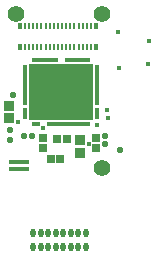
<source format=gbr>
%TF.GenerationSoftware,Altium Limited,Altium Designer,18.0.12 (696)*%
G04 Layer_Color=8388736*
%FSLAX45Y45*%
%MOMM*%
%TF.FileFunction,Soldermask,Top*%
%TF.Part,Single*%
G01*
G75*
%TA.AperFunction,ComponentPad*%
G04:AMPARAMS|DCode=61|XSize=0.5032mm|YSize=0.5032mm|CornerRadius=0mm|HoleSize=0mm|Usage=FLASHONLY|Rotation=180.000|XOffset=0mm|YOffset=0mm|HoleType=Round|Shape=Octagon|*
%AMOCTAGOND61*
4,1,8,-0.25160,0.12580,-0.25160,-0.12580,-0.12580,-0.25160,0.12580,-0.25160,0.25160,-0.12580,0.25160,0.12580,0.12580,0.25160,-0.12580,0.25160,-0.25160,0.12580,0.0*
%
%ADD61OCTAGOND61*%

%ADD62O,0.50000X0.70000*%
%TA.AperFunction,ViaPad*%
%ADD63C,1.40320*%
%TA.AperFunction,ComponentPad*%
G04:AMPARAMS|DCode=64|XSize=0.5032mm|YSize=0.5032mm|CornerRadius=0mm|HoleSize=0mm|Usage=FLASHONLY|Rotation=90.000|XOffset=0mm|YOffset=0mm|HoleType=Round|Shape=Octagon|*
%AMOCTAGOND64*
4,1,8,0.12580,0.25160,-0.12580,0.25160,-0.25160,0.12580,-0.25160,-0.12580,-0.12580,-0.25160,0.12580,-0.25160,0.25160,-0.12580,0.25160,0.12580,0.12580,0.25160,0.0*
%
%ADD64OCTAGOND64*%

%TA.AperFunction,ViaPad*%
%ADD66C,0.40000*%
%TA.AperFunction,SMDPad,CuDef*%
%ADD68R,0.63500X0.63500*%
%ADD69R,0.96520X0.88900*%
%ADD70R,0.63500X0.63500*%
%TA.AperFunction,ConnectorPad*%
%ADD71R,0.96520X0.88900*%
%TA.AperFunction,SMDPad,CuDef*%
%ADD72R,0.23000X0.50500*%
%ADD73R,0.32000X0.50500*%
%ADD74R,0.35560X0.40640*%
%ADD75R,0.40640X0.35560*%
%ADD76R,1.80320X0.45320*%
%ADD77R,5.53720X4.77520*%
D61*
X515000Y230500D02*
D03*
X-300750Y343250D02*
D03*
X-232750D02*
D03*
X-412250Y398500D02*
D03*
X-387819Y695000D02*
D03*
X391000Y278000D02*
D03*
Y343250D02*
D03*
D62*
X223977Y-592140D02*
D03*
X97027D02*
D03*
X-93473Y-472840D02*
D03*
X-156973D02*
D03*
X-220473D02*
D03*
X97027D02*
D03*
X33527D02*
D03*
X-29973D02*
D03*
X-93473Y-592140D02*
D03*
X-156973D02*
D03*
X-220473D02*
D03*
X-29973D02*
D03*
X33527D02*
D03*
X160477Y-472840D02*
D03*
Y-592140D02*
D03*
X223977Y-472840D02*
D03*
D63*
X-365000Y1375000D02*
D03*
X365000D02*
D03*
Y75000D02*
D03*
D64*
X-413000Y315500D02*
D03*
D66*
X254999Y279999D02*
D03*
X500000Y1230000D02*
D03*
X415000Y500000D02*
D03*
X505001Y925000D02*
D03*
X409090Y565999D02*
D03*
X-343750Y463000D02*
D03*
X760001Y1150000D02*
D03*
X755001Y953882D02*
D03*
X-134635Y409199D02*
D03*
X324997Y439196D02*
D03*
D68*
X-68370Y146750D02*
D03*
X10370D02*
D03*
X-15240Y322750D02*
D03*
X63500D02*
D03*
D69*
X177000Y311750D02*
D03*
Y205070D02*
D03*
D70*
X311750Y324370D02*
D03*
Y245630D02*
D03*
X-136500Y325620D02*
D03*
Y246880D02*
D03*
D71*
X-420750Y493910D02*
D03*
Y600590D02*
D03*
D72*
X-290004Y1097699D02*
D03*
X-255005D02*
D03*
X-220006D02*
D03*
X-185006D02*
D03*
X-150007D02*
D03*
X-115007D02*
D03*
X-80008D02*
D03*
X-45009D02*
D03*
X-10009D02*
D03*
X24990D02*
D03*
X59990D02*
D03*
X94989D02*
D03*
X129989D02*
D03*
X164988D02*
D03*
X199987D02*
D03*
X234987D02*
D03*
X269986D02*
D03*
X-290004Y1279199D02*
D03*
X-255005D02*
D03*
X-220006D02*
D03*
X-185006D02*
D03*
X-150007D02*
D03*
X-115007D02*
D03*
X-80008D02*
D03*
X-45009D02*
D03*
X-10009D02*
D03*
X24990D02*
D03*
X59990D02*
D03*
X94989D02*
D03*
X129989D02*
D03*
X164988D02*
D03*
X199987D02*
D03*
X234987D02*
D03*
X269986D02*
D03*
D73*
X-330005D02*
D03*
Y1097699D02*
D03*
X309995Y1279199D02*
D03*
Y1097699D02*
D03*
D74*
X126675Y449159D02*
D03*
X4755D02*
D03*
X-86685D02*
D03*
X-56205D02*
D03*
X-25725D02*
D03*
X35235D02*
D03*
X65715D02*
D03*
X96195D02*
D03*
X157155D02*
D03*
X187635D02*
D03*
X218115D02*
D03*
X248595D02*
D03*
X-178125D02*
D03*
X-208605D02*
D03*
X248595Y987639D02*
D03*
X218115D02*
D03*
X187635D02*
D03*
X157155D02*
D03*
X126675D02*
D03*
X96195D02*
D03*
X65715D02*
D03*
X-208605D02*
D03*
X-178125D02*
D03*
X-147645D02*
D03*
X-117165D02*
D03*
X-86685D02*
D03*
X-56205D02*
D03*
X-25725D02*
D03*
D75*
X-284805Y901279D02*
D03*
Y870799D02*
D03*
Y809839D02*
D03*
Y687919D02*
D03*
Y718399D02*
D03*
Y748879D02*
D03*
Y779359D02*
D03*
Y931759D02*
D03*
Y840319D02*
D03*
X324795Y901279D02*
D03*
Y870799D02*
D03*
Y840319D02*
D03*
Y809839D02*
D03*
Y657439D02*
D03*
Y687919D02*
D03*
Y718399D02*
D03*
Y748879D02*
D03*
Y779359D02*
D03*
Y931759D02*
D03*
Y505039D02*
D03*
Y535519D02*
D03*
Y565999D02*
D03*
Y626959D02*
D03*
X-284805Y505039D02*
D03*
Y535519D02*
D03*
Y565999D02*
D03*
Y626959D02*
D03*
Y657439D02*
D03*
D76*
X-341957Y63326D02*
D03*
Y122451D02*
D03*
D77*
X19995Y718399D02*
D03*
%TF.MD5,38cdb723e1399db4cd06635ccede79be*%
M02*

</source>
